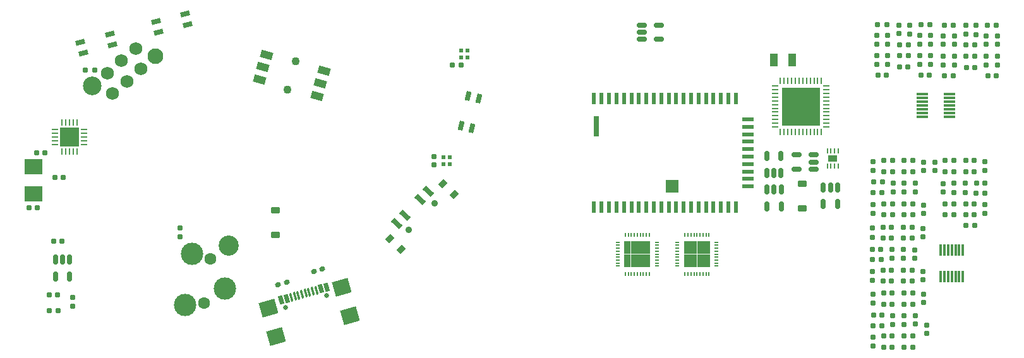
<source format=gbr>
%TF.GenerationSoftware,KiCad,Pcbnew,(7.0.0)*%
%TF.CreationDate,2023-05-27T11:58:37+01:00*%
%TF.ProjectId,all,616c6c2e-6b69-4636-9164-5f7063625858,rev?*%
%TF.SameCoordinates,Original*%
%TF.FileFunction,Soldermask,Bot*%
%TF.FilePolarity,Negative*%
%FSLAX46Y46*%
G04 Gerber Fmt 4.6, Leading zero omitted, Abs format (unit mm)*
G04 Created by KiCad (PCBNEW (7.0.0)) date 2023-05-27 11:58:37*
%MOMM*%
%LPD*%
G01*
G04 APERTURE LIST*
G04 Aperture macros list*
%AMRoundRect*
0 Rectangle with rounded corners*
0 $1 Rounding radius*
0 $2 $3 $4 $5 $6 $7 $8 $9 X,Y pos of 4 corners*
0 Add a 4 corners polygon primitive as box body*
4,1,4,$2,$3,$4,$5,$6,$7,$8,$9,$2,$3,0*
0 Add four circle primitives for the rounded corners*
1,1,$1+$1,$2,$3*
1,1,$1+$1,$4,$5*
1,1,$1+$1,$6,$7*
1,1,$1+$1,$8,$9*
0 Add four rect primitives between the rounded corners*
20,1,$1+$1,$2,$3,$4,$5,0*
20,1,$1+$1,$4,$5,$6,$7,0*
20,1,$1+$1,$6,$7,$8,$9,0*
20,1,$1+$1,$8,$9,$2,$3,0*%
%AMRotRect*
0 Rectangle, with rotation*
0 The origin of the aperture is its center*
0 $1 length*
0 $2 width*
0 $3 Rotation angle, in degrees counterclockwise*
0 Add horizontal line*
21,1,$1,$2,0,0,$3*%
G04 Aperture macros list end*
%ADD10RotRect,1.244600X0.660400X195.000000*%
%ADD11RoundRect,0.155000X0.212500X0.155000X-0.212500X0.155000X-0.212500X-0.155000X0.212500X-0.155000X0*%
%ADD12C,2.100000*%
%ADD13C,2.500000*%
%ADD14C,1.750000*%
%ADD15RoundRect,0.155000X-0.212500X-0.155000X0.212500X-0.155000X0.212500X0.155000X-0.212500X0.155000X0*%
%ADD16R,2.400000X2.000000*%
%ADD17C,1.100000*%
%ADD18RotRect,1.600000X1.000000X164.101000*%
%ADD19RoundRect,0.160000X0.197500X0.160000X-0.197500X0.160000X-0.197500X-0.160000X0.197500X-0.160000X0*%
%ADD20RoundRect,0.150000X-0.150000X0.512500X-0.150000X-0.512500X0.150000X-0.512500X0.150000X0.512500X0*%
%ADD21RoundRect,0.160000X-0.160000X0.197500X-0.160000X-0.197500X0.160000X-0.197500X0.160000X0.197500X0*%
%ADD22RoundRect,0.062500X0.362500X0.062500X-0.362500X0.062500X-0.362500X-0.062500X0.362500X-0.062500X0*%
%ADD23RoundRect,0.062500X0.062500X0.362500X-0.062500X0.362500X-0.062500X-0.362500X0.062500X-0.362500X0*%
%ADD24R,2.600000X2.600000*%
%ADD25RoundRect,0.155000X0.155000X-0.212500X0.155000X0.212500X-0.155000X0.212500X-0.155000X-0.212500X0*%
%ADD26RoundRect,0.160000X-0.197500X-0.160000X0.197500X-0.160000X0.197500X0.160000X-0.197500X0.160000X0*%
%ADD27RoundRect,0.155000X-0.155000X0.212500X-0.155000X-0.212500X0.155000X-0.212500X0.155000X0.212500X0*%
%ADD28RoundRect,0.160000X0.160000X-0.197500X0.160000X0.197500X-0.160000X0.197500X-0.160000X-0.197500X0*%
%ADD29R,0.300000X1.600000*%
%ADD30R,1.600000X0.300000*%
%ADD31RoundRect,0.225000X0.375000X-0.225000X0.375000X0.225000X-0.375000X0.225000X-0.375000X-0.225000X0*%
%ADD32RoundRect,0.062500X-0.062500X0.375000X-0.062500X-0.375000X0.062500X-0.375000X0.062500X0.375000X0*%
%ADD33RoundRect,0.062500X-0.375000X0.062500X-0.375000X-0.062500X0.375000X-0.062500X0.375000X0.062500X0*%
%ADD34R,5.100000X5.100000*%
%ADD35O,0.650000X0.200000*%
%ADD36O,0.200000X0.650000*%
%ADD37R,0.875000X0.875000*%
%ADD38RoundRect,0.150000X-0.512500X-0.150000X0.512500X-0.150000X0.512500X0.150000X-0.512500X0.150000X0*%
%ADD39RoundRect,0.150000X0.512500X0.150000X-0.512500X0.150000X-0.512500X-0.150000X0.512500X-0.150000X0*%
%ADD40RoundRect,0.150000X0.150000X-0.512500X0.150000X0.512500X-0.150000X0.512500X-0.150000X-0.512500X0*%
%ADD41R,1.000000X1.800000*%
%ADD42R,0.254000X0.711200*%
%ADD43R,1.295400X0.889000*%
%ADD44R,0.600000X1.500000*%
%ADD45R,1.500000X0.600000*%
%ADD46R,0.760000X2.790000*%
%ADD47R,1.780000X1.780000*%
%ADD48RotRect,1.244600X0.660400X76.926000*%
%ADD49C,1.600000*%
%ADD50C,3.000000*%
%ADD51C,2.700000*%
%ADD52C,0.650000*%
%ADD53RotRect,0.600000X1.150000X195.811000*%
%ADD54RotRect,0.300000X1.150000X195.811000*%
%ADD55RotRect,2.180000X2.000000X195.811000*%
%ADD56RoundRect,0.225000X-0.375000X0.225000X-0.375000X-0.225000X0.375000X-0.225000X0.375000X0.225000X0*%
%ADD57R,0.500000X0.500000*%
%ADD58RoundRect,0.160000X-0.146433X-0.207758X0.233622X-0.100135X0.146433X0.207758X-0.233622X0.100135X0*%
%ADD59RoundRect,0.160000X0.146433X0.207758X-0.233622X0.100135X-0.146433X-0.207758X0.233622X-0.100135X0*%
%ADD60C,0.900000*%
%ADD61RotRect,0.700000X1.500000X226.022000*%
%ADD62RotRect,0.800000X1.000000X136.022000*%
G04 APERTURE END LIST*
D10*
%TO.C,SW2*%
X64197467Y-45423106D03*
X60271944Y-46474946D03*
X64580520Y-46852678D03*
X60654997Y-47904518D03*
%TD*%
D11*
%TO.C,C5*%
X47137957Y-83126656D03*
X46002957Y-83126656D03*
%TD*%
D12*
%TO.C,J5*%
X60266627Y-51088122D03*
D13*
X51800303Y-55082252D03*
D14*
X54470457Y-56126656D03*
X53762548Y-53376498D03*
X56387419Y-54460266D03*
X55679511Y-51710108D03*
X58304382Y-52793876D03*
X57596473Y-50043718D03*
%TD*%
D11*
%TO.C,C2*%
X45437957Y-64026656D03*
X44302957Y-64026656D03*
%TD*%
D15*
%TO.C,C4*%
X46602957Y-75926656D03*
X47737957Y-75926656D03*
%TD*%
D16*
%TO.C,Y1*%
X43870456Y-65876655D03*
X43870456Y-69576655D03*
%TD*%
D17*
%TO.C,SW1*%
X77955060Y-55595019D03*
X79050830Y-51748035D03*
D18*
X82829328Y-53084240D03*
X82349928Y-54767296D03*
X81870529Y-56450351D03*
X75135359Y-50892701D03*
X74655960Y-52575756D03*
X74176560Y-54258812D03*
%TD*%
D19*
%TO.C,R3*%
X47167957Y-85226656D03*
X45972957Y-85226656D03*
%TD*%
D20*
%TO.C,U2*%
X46820457Y-78389156D03*
X47770457Y-78389156D03*
X48720457Y-78389156D03*
X48720457Y-80664156D03*
X46820457Y-80664156D03*
%TD*%
D11*
%TO.C,C1*%
X44437957Y-71426656D03*
X43302957Y-71426656D03*
%TD*%
D21*
%TO.C,R2*%
X49170457Y-83429156D03*
X49170457Y-84624156D03*
%TD*%
D10*
%TO.C,SW3*%
X54098709Y-48171758D03*
X50173186Y-49223598D03*
X54481762Y-49601330D03*
X50556239Y-50653170D03*
%TD*%
D19*
%TO.C,R1*%
X52067957Y-52926656D03*
X50872957Y-52926656D03*
%TD*%
D22*
%TO.C,U1*%
X50620457Y-60926656D03*
X50620457Y-61426656D03*
X50620457Y-61926656D03*
X50620457Y-62426656D03*
X50620457Y-62926656D03*
D23*
X49695457Y-63851656D03*
X49195457Y-63851656D03*
X48695457Y-63851656D03*
X48195457Y-63851656D03*
X47695457Y-63851656D03*
D22*
X46770457Y-62926656D03*
X46770457Y-62426656D03*
X46770457Y-61926656D03*
X46770457Y-61426656D03*
X46770457Y-60926656D03*
D23*
X47695457Y-60001656D03*
X48195457Y-60001656D03*
X48695457Y-60001656D03*
X49195457Y-60001656D03*
X49695457Y-60001656D03*
D24*
X48695456Y-61926655D03*
%TD*%
D11*
%TO.C,C3*%
X47905457Y-67326656D03*
X46770457Y-67326656D03*
%TD*%
%TO.C,C9*%
X157829160Y-82841560D03*
X158964160Y-82841560D03*
%TD*%
D25*
%TO.C,C10*%
X163146660Y-83024060D03*
X163146660Y-84159060D03*
%TD*%
D21*
%TO.C,R33*%
X156429160Y-72221560D03*
X156429160Y-71026560D03*
%TD*%
D26*
%TO.C,R5*%
X157510660Y-78396560D03*
X156315660Y-78396560D03*
%TD*%
D11*
%TO.C,C37*%
X156451660Y-69359060D03*
X157586660Y-69359060D03*
%TD*%
D19*
%TO.C,R12*%
X160549160Y-84341560D03*
X161744160Y-84341560D03*
%TD*%
D26*
%TO.C,R36*%
X157676660Y-67976560D03*
X156481660Y-67976560D03*
%TD*%
D15*
%TO.C,C40*%
X158996660Y-65106560D03*
X157861660Y-65106560D03*
%TD*%
D11*
%TO.C,C13*%
X157829160Y-88609060D03*
X158964160Y-88609060D03*
%TD*%
D19*
%TO.C,R9*%
X160475660Y-81283086D03*
X161670660Y-81283086D03*
%TD*%
D26*
%TO.C,R32*%
X161776660Y-72374060D03*
X160581660Y-72374060D03*
%TD*%
D19*
%TO.C,R34*%
X160581660Y-70874060D03*
X161776660Y-70874060D03*
%TD*%
D21*
%TO.C,R7*%
X160473160Y-78230586D03*
X160473160Y-77035586D03*
%TD*%
D27*
%TO.C,C6*%
X163073160Y-81100586D03*
X163073160Y-79965586D03*
%TD*%
D19*
%TO.C,R40*%
X160581660Y-65106560D03*
X161776660Y-65106560D03*
%TD*%
D25*
%TO.C,C2*%
X163073160Y-74198086D03*
X163073160Y-75333086D03*
%TD*%
D26*
%TO.C,R1*%
X161670660Y-74015586D03*
X160475660Y-74015586D03*
%TD*%
D19*
%TO.C,R27*%
X170181660Y-69504060D03*
X171376660Y-69504060D03*
%TD*%
D15*
%TO.C,C29*%
X171406660Y-68121560D03*
X170271660Y-68121560D03*
%TD*%
D21*
%TO.C,R35*%
X159079160Y-69324060D03*
X159079160Y-68129060D03*
%TD*%
D28*
%TO.C,R38*%
X160579160Y-68126560D03*
X160579160Y-69321560D03*
%TD*%
D11*
%TO.C,C32*%
X168861660Y-72374060D03*
X169996660Y-72374060D03*
%TD*%
D21*
%TO.C,R39*%
X156429160Y-66454060D03*
X156429160Y-65259060D03*
%TD*%
D26*
%TO.C,R25*%
X167276660Y-66606560D03*
X166081660Y-66606560D03*
%TD*%
D15*
%TO.C,C11*%
X158964160Y-84341560D03*
X157829160Y-84341560D03*
%TD*%
D21*
%TO.C,R16*%
X160546660Y-87056560D03*
X160546660Y-85861560D03*
%TD*%
D28*
%TO.C,R30*%
X171429160Y-71026560D03*
X171429160Y-72221560D03*
%TD*%
D25*
%TO.C,C33*%
X165779160Y-68189060D03*
X165779160Y-69324060D03*
%TD*%
D21*
%TO.C,R29*%
X167279160Y-69354060D03*
X167279160Y-68159060D03*
%TD*%
D11*
%TO.C,C5*%
X157755660Y-79783086D03*
X158890660Y-79783086D03*
%TD*%
D25*
%TO.C,C14*%
X163614160Y-87144060D03*
X163614160Y-88279060D03*
%TD*%
D28*
%TO.C,R26*%
X168779160Y-68156560D03*
X168779160Y-69351560D03*
%TD*%
D11*
%TO.C,C12*%
X156479160Y-85851274D03*
X157614160Y-85851274D03*
%TD*%
D27*
%TO.C,C35*%
X163179160Y-72191560D03*
X163179160Y-71056560D03*
%TD*%
D28*
%TO.C,R24*%
X171429160Y-65259060D03*
X171429160Y-66454060D03*
%TD*%
D19*
%TO.C,R18*%
X160549160Y-90109060D03*
X161744160Y-90109060D03*
%TD*%
D11*
%TO.C,C4*%
X156317703Y-77011991D03*
X157452703Y-77011991D03*
%TD*%
D26*
%TO.C,R31*%
X167276660Y-72374060D03*
X166081660Y-72374060D03*
%TD*%
D28*
%TO.C,R4*%
X158973160Y-77038086D03*
X158973160Y-78233086D03*
%TD*%
D19*
%TO.C,R28*%
X166081660Y-70874060D03*
X167276660Y-70874060D03*
%TD*%
D15*
%TO.C,C15*%
X158964160Y-90109060D03*
X157829160Y-90109060D03*
%TD*%
D26*
%TO.C,R10*%
X161744160Y-82841560D03*
X160549160Y-82841560D03*
%TD*%
D11*
%TO.C,C28*%
X168861660Y-66606560D03*
X169996660Y-66606560D03*
%TD*%
D25*
%TO.C,C27*%
X164679160Y-65289060D03*
X164679160Y-66424060D03*
%TD*%
D15*
%TO.C,C31*%
X170014160Y-73811560D03*
X168879160Y-73811560D03*
%TD*%
D27*
%TO.C,C41*%
X162079160Y-69291560D03*
X162079160Y-68156560D03*
%TD*%
D15*
%TO.C,C36*%
X158996660Y-70874060D03*
X157861660Y-70874060D03*
%TD*%
D28*
%TO.C,R11*%
X156396660Y-82994060D03*
X156396660Y-84189060D03*
%TD*%
D27*
%TO.C,C39*%
X163179160Y-66424060D03*
X163179160Y-65289060D03*
%TD*%
D29*
%TO.C,J1*%
X168464159Y-77061559D03*
X167964159Y-77061559D03*
X167464159Y-77061559D03*
X166964159Y-77061559D03*
X166464159Y-77061559D03*
X165964159Y-77061559D03*
X165464159Y-77061559D03*
X168464159Y-80661559D03*
X167964159Y-80661559D03*
X167464159Y-80661559D03*
X166964159Y-80661559D03*
X166464159Y-80661559D03*
X165964159Y-80661559D03*
X165464159Y-80661559D03*
%TD*%
D25*
%TO.C,C8*%
X161973160Y-77065586D03*
X161973160Y-78200586D03*
%TD*%
D15*
%TO.C,C30*%
X169996660Y-70874060D03*
X168861660Y-70874060D03*
%TD*%
D11*
%TO.C,C38*%
X157861660Y-66606560D03*
X158996660Y-66606560D03*
%TD*%
D26*
%TO.C,R6*%
X161670660Y-79783086D03*
X160475660Y-79783086D03*
%TD*%
D28*
%TO.C,R17*%
X156396660Y-88761560D03*
X156396660Y-89956560D03*
%TD*%
D25*
%TO.C,C16*%
X162046660Y-85891560D03*
X162046660Y-87026560D03*
%TD*%
D28*
%TO.C,R2*%
X156323160Y-74168086D03*
X156323160Y-75363086D03*
%TD*%
D15*
%TO.C,C7*%
X158890660Y-81283086D03*
X157755660Y-81283086D03*
%TD*%
%TO.C,C3*%
X158890660Y-75515586D03*
X157755660Y-75515586D03*
%TD*%
D11*
%TO.C,C34*%
X157861660Y-72374060D03*
X158996660Y-72374060D03*
%TD*%
D19*
%TO.C,R3*%
X160475660Y-75515586D03*
X161670660Y-75515586D03*
%TD*%
D11*
%TO.C,C1*%
X157755660Y-74015586D03*
X158890660Y-74015586D03*
%TD*%
D26*
%TO.C,R15*%
X161744160Y-88609060D03*
X160549160Y-88609060D03*
%TD*%
D28*
%TO.C,R8*%
X156323160Y-79935586D03*
X156323160Y-81130586D03*
%TD*%
D26*
%TO.C,R37*%
X161776660Y-66606560D03*
X160581660Y-66606560D03*
%TD*%
D28*
%TO.C,R13*%
X159046660Y-85864060D03*
X159046660Y-87059060D03*
%TD*%
D19*
%TO.C,R23*%
X166081660Y-65106560D03*
X167276660Y-65106560D03*
%TD*%
D26*
%TO.C,R14*%
X157584160Y-87233774D03*
X156389160Y-87233774D03*
%TD*%
D15*
%TO.C,C26*%
X169996660Y-65106560D03*
X168861660Y-65106560D03*
%TD*%
D28*
%TO.C,R18*%
X164151000Y-52241500D03*
X164151000Y-51046500D03*
%TD*%
D11*
%TO.C,C6*%
X172920000Y-53690000D03*
X171785000Y-53690000D03*
%TD*%
D19*
%TO.C,R4*%
X170080000Y-49590000D03*
X168885000Y-49590000D03*
%TD*%
D28*
%TO.C,R12*%
X158383500Y-52241500D03*
X158383500Y-51046500D03*
%TD*%
D11*
%TO.C,C8*%
X170052500Y-52590000D03*
X168917500Y-52590000D03*
%TD*%
%TO.C,C2*%
X167152500Y-53690000D03*
X166017500Y-53690000D03*
%TD*%
D27*
%TO.C,C11*%
X158383500Y-48326500D03*
X158383500Y-49461500D03*
%TD*%
D21*
%TO.C,R1*%
X165835000Y-51092500D03*
X165835000Y-52287500D03*
%TD*%
D11*
%TO.C,C10*%
X158201000Y-53644000D03*
X157066000Y-53644000D03*
%TD*%
D28*
%TO.C,R9*%
X173102500Y-52287500D03*
X173102500Y-51092500D03*
%TD*%
D26*
%TO.C,R16*%
X159936000Y-51044000D03*
X161131000Y-51044000D03*
%TD*%
D11*
%TO.C,C16*%
X161101000Y-52544000D03*
X159966000Y-52544000D03*
%TD*%
D21*
%TO.C,R14*%
X161281000Y-46946500D03*
X161281000Y-48141500D03*
%TD*%
D27*
%TO.C,C7*%
X173102500Y-48372500D03*
X173102500Y-49507500D03*
%TD*%
D21*
%TO.C,R5*%
X170232500Y-46992500D03*
X170232500Y-48187500D03*
%TD*%
D25*
%TO.C,C1*%
X165835000Y-49507500D03*
X165835000Y-48372500D03*
%TD*%
%TO.C,C12*%
X159898500Y-48051500D03*
X159898500Y-46916500D03*
%TD*%
D26*
%TO.C,R7*%
X168887500Y-51090000D03*
X170082500Y-51090000D03*
%TD*%
D19*
%TO.C,R13*%
X161128500Y-49544000D03*
X159933500Y-49544000D03*
%TD*%
D15*
%TO.C,C14*%
X162833500Y-53644000D03*
X163968500Y-53644000D03*
%TD*%
D19*
%TO.C,R11*%
X158231000Y-46894000D03*
X157036000Y-46894000D03*
%TD*%
D25*
%TO.C,C4*%
X168850000Y-48097500D03*
X168850000Y-46962500D03*
%TD*%
D21*
%TO.C,R6*%
X171602500Y-51092500D03*
X171602500Y-52287500D03*
%TD*%
D27*
%TO.C,C15*%
X164151000Y-48326500D03*
X164151000Y-49461500D03*
%TD*%
D21*
%TO.C,R10*%
X156883500Y-51046500D03*
X156883500Y-52241500D03*
%TD*%
D19*
%TO.C,R2*%
X167182500Y-46940000D03*
X165987500Y-46940000D03*
%TD*%
%TO.C,R17*%
X163998500Y-46894000D03*
X162803500Y-46894000D03*
%TD*%
D21*
%TO.C,R15*%
X162651000Y-51046500D03*
X162651000Y-52241500D03*
%TD*%
D25*
%TO.C,C5*%
X171602500Y-49507500D03*
X171602500Y-48372500D03*
%TD*%
D28*
%TO.C,R3*%
X167335000Y-52287500D03*
X167335000Y-51092500D03*
%TD*%
D25*
%TO.C,C9*%
X156883500Y-49461500D03*
X156883500Y-48326500D03*
%TD*%
%TO.C,C13*%
X162651000Y-49461500D03*
X162651000Y-48326500D03*
%TD*%
D30*
%TO.C,J1*%
X163049999Y-56197261D03*
X163049999Y-56697261D03*
X163049999Y-57197261D03*
X163049999Y-57697261D03*
X163049999Y-58197261D03*
X163049999Y-58697261D03*
X163049999Y-59197261D03*
X166649999Y-56197261D03*
X166649999Y-56697261D03*
X166649999Y-57197261D03*
X166649999Y-57697261D03*
X166649999Y-58197261D03*
X166649999Y-58697261D03*
X166649999Y-59197261D03*
%TD*%
D19*
%TO.C,R8*%
X172950000Y-46940000D03*
X171755000Y-46940000D03*
%TD*%
D27*
%TO.C,C3*%
X167335000Y-48372500D03*
X167335000Y-49507500D03*
%TD*%
D20*
%TO.C,U6*%
X142200000Y-68975000D03*
X143150000Y-68975000D03*
X144100000Y-68975000D03*
X144100000Y-71250000D03*
X142200000Y-71250000D03*
%TD*%
D31*
%TO.C,D2*%
X146900000Y-71500000D03*
X146900000Y-68200000D03*
%TD*%
D32*
%TO.C,U2*%
X143998000Y-54403000D03*
X144498000Y-54403000D03*
X144998000Y-54403000D03*
X145498000Y-54403000D03*
X145998000Y-54403000D03*
X146498000Y-54403000D03*
X146998000Y-54403000D03*
X147498000Y-54403000D03*
X147998000Y-54403000D03*
X148498000Y-54403000D03*
X148998000Y-54403000D03*
X149498000Y-54403000D03*
D33*
X150185500Y-55090500D03*
X150185500Y-55590500D03*
X150185500Y-56090500D03*
X150185500Y-56590500D03*
X150185500Y-57090500D03*
X150185500Y-57590500D03*
X150185500Y-58090500D03*
X150185500Y-58590500D03*
X150185500Y-59090500D03*
X150185500Y-59590500D03*
X150185500Y-60090500D03*
X150185500Y-60590500D03*
D32*
X149498000Y-61278000D03*
X148998000Y-61278000D03*
X148498000Y-61278000D03*
X147998000Y-61278000D03*
X147498000Y-61278000D03*
X146998000Y-61278000D03*
X146498000Y-61278000D03*
X145998000Y-61278000D03*
X145498000Y-61278000D03*
X144998000Y-61278000D03*
X144498000Y-61278000D03*
X143998000Y-61278000D03*
D33*
X143310500Y-60590500D03*
X143310500Y-60090500D03*
X143310500Y-59590500D03*
X143310500Y-59090500D03*
X143310500Y-58590500D03*
X143310500Y-58090500D03*
X143310500Y-57590500D03*
X143310500Y-57090500D03*
X143310500Y-56590500D03*
X143310500Y-56090500D03*
X143310500Y-55590500D03*
X143310500Y-55090500D03*
D34*
X146747999Y-57840499D03*
%TD*%
D35*
%TO.C,IC1*%
X130196427Y-79249999D03*
X130196427Y-78849999D03*
X130196427Y-78449999D03*
X130196427Y-78049999D03*
X130196427Y-77649999D03*
X130196427Y-77249999D03*
X130196427Y-76849999D03*
X130196427Y-76449999D03*
X130196427Y-76049999D03*
D36*
X131221427Y-75024999D03*
X131621427Y-75024999D03*
X132021427Y-75024999D03*
X132421427Y-75024999D03*
X132821427Y-75024999D03*
X133221427Y-75024999D03*
X133621427Y-75024999D03*
X134021427Y-75024999D03*
X134421427Y-75024999D03*
D35*
X135446427Y-76049999D03*
X135446427Y-76449999D03*
X135446427Y-76849999D03*
X135446427Y-77249999D03*
X135446427Y-77649999D03*
X135446427Y-78049999D03*
X135446427Y-78449999D03*
X135446427Y-78849999D03*
X135446427Y-79249999D03*
D36*
X134421427Y-80274999D03*
X134021427Y-80274999D03*
X133621427Y-80274999D03*
X133221427Y-80274999D03*
X132821427Y-80274999D03*
X132421427Y-80274999D03*
X132021427Y-80274999D03*
X131621427Y-80274999D03*
X131221427Y-80274999D03*
D37*
X131508927Y-76337499D03*
X131508927Y-77212499D03*
X131508927Y-78087499D03*
X131508927Y-78962499D03*
X132383927Y-76337499D03*
X132383927Y-77212499D03*
X132383927Y-78087499D03*
X132383927Y-78962499D03*
X133258927Y-76337499D03*
X133258927Y-77212499D03*
X133258927Y-78087499D03*
X133258927Y-78962499D03*
X134133927Y-76337499D03*
X134133927Y-77212499D03*
X134133927Y-78087499D03*
X134133927Y-78962499D03*
%TD*%
D20*
%TO.C,U3*%
X149750000Y-68677500D03*
X150700000Y-68677500D03*
X151650000Y-68677500D03*
X151650000Y-70952500D03*
X149750000Y-70952500D03*
%TD*%
D38*
%TO.C,U8*%
X125395000Y-48832000D03*
X125395000Y-47882000D03*
X125395000Y-46932000D03*
X127670000Y-46932000D03*
X127670000Y-48832000D03*
%TD*%
D35*
%TO.C,IC2*%
X127449999Y-76049999D03*
X127449999Y-76449999D03*
X127449999Y-76849999D03*
X127449999Y-77249999D03*
X127449999Y-77649999D03*
X127449999Y-78049999D03*
X127449999Y-78449999D03*
X127449999Y-78849999D03*
X127449999Y-79249999D03*
D36*
X126424999Y-80274999D03*
X126024999Y-80274999D03*
X125624999Y-80274999D03*
X125224999Y-80274999D03*
X124824999Y-80274999D03*
X124424999Y-80274999D03*
X124024999Y-80274999D03*
X123624999Y-80274999D03*
X123224999Y-80274999D03*
D35*
X122199999Y-79249999D03*
X122199999Y-78849999D03*
X122199999Y-78449999D03*
X122199999Y-78049999D03*
X122199999Y-77649999D03*
X122199999Y-77249999D03*
X122199999Y-76849999D03*
X122199999Y-76449999D03*
X122199999Y-76049999D03*
D36*
X123224999Y-75024999D03*
X123624999Y-75024999D03*
X124024999Y-75024999D03*
X124424999Y-75024999D03*
X124824999Y-75024999D03*
X125224999Y-75024999D03*
X125624999Y-75024999D03*
X126024999Y-75024999D03*
X126424999Y-75024999D03*
D37*
X126137499Y-78962499D03*
X126137499Y-78087499D03*
X126137499Y-77212499D03*
X126137499Y-76337499D03*
X125262499Y-78962499D03*
X125262499Y-78087499D03*
X125262499Y-77212499D03*
X125262499Y-76337499D03*
X124387499Y-78962499D03*
X124387499Y-78087499D03*
X124387499Y-77212499D03*
X124387499Y-76337499D03*
X123512499Y-78962499D03*
X123512499Y-78087499D03*
X123512499Y-77212499D03*
X123512499Y-76337499D03*
%TD*%
D39*
%TO.C,U4*%
X148437500Y-64350000D03*
X148437500Y-65300000D03*
X148437500Y-66250000D03*
X146162500Y-66250000D03*
X146162500Y-64350000D03*
%TD*%
D40*
%TO.C,U7*%
X144050000Y-66787500D03*
X143100000Y-66787500D03*
X142150000Y-66787500D03*
X142150000Y-64512500D03*
X144050000Y-64512500D03*
%TD*%
D41*
%TO.C,Y1*%
X143076499Y-51616499D03*
X145576499Y-51616499D03*
%TD*%
D42*
%TO.C,U5*%
X151776001Y-65824599D03*
X151276000Y-65824599D03*
X150776000Y-65824599D03*
X150275999Y-65824599D03*
X150275999Y-63817999D03*
X150776000Y-63817999D03*
X151276000Y-63817999D03*
X151776001Y-63817999D03*
D43*
X151026000Y-64821299D03*
%TD*%
D44*
%TO.C,U1*%
X119029999Y-56809999D03*
X120029999Y-56809999D03*
X121029999Y-56809999D03*
X122029999Y-56809999D03*
X123029999Y-56809999D03*
X124029999Y-56809999D03*
X125029999Y-56809999D03*
X126029999Y-56809999D03*
X127029999Y-56809999D03*
X128029999Y-56809999D03*
X129029999Y-56809999D03*
X130029999Y-56809999D03*
X131029999Y-56809999D03*
X132029999Y-56809999D03*
X133029999Y-56809999D03*
X134029999Y-56809999D03*
X135029999Y-56809999D03*
X136029999Y-56809999D03*
X137029999Y-56809999D03*
X138029999Y-56809999D03*
D45*
X139679999Y-59559999D03*
X139679999Y-60559999D03*
X139679999Y-61559999D03*
X139679999Y-62559999D03*
X139679999Y-63559999D03*
X139679999Y-64559999D03*
X139679999Y-65559999D03*
X139679999Y-66559999D03*
X139679999Y-67559999D03*
X139679999Y-68559999D03*
D44*
X138029999Y-71309999D03*
X137029999Y-71309999D03*
X136029999Y-71309999D03*
X135029999Y-71309999D03*
X134029999Y-71309999D03*
X133029999Y-71309999D03*
X132029999Y-71309999D03*
X131029999Y-71309999D03*
X130029999Y-71309999D03*
X129029999Y-71309999D03*
X128029999Y-71309999D03*
X127029999Y-71309999D03*
X126029999Y-71309999D03*
X125029999Y-71309999D03*
X124029999Y-71309999D03*
X123029999Y-71309999D03*
X122029999Y-71309999D03*
X121029999Y-71309999D03*
X120029999Y-71309999D03*
D46*
X119349999Y-60519999D03*
D47*
X129459999Y-68579999D03*
D44*
X119029999Y-71309999D03*
%TD*%
D48*
%TO.C,SW1*%
X102688094Y-60749598D03*
X103607409Y-56790942D03*
X101246455Y-60414808D03*
X102165770Y-56456152D03*
%TD*%
D49*
%TO.C,J2*%
X66746466Y-84214810D03*
X67568540Y-78271394D03*
D50*
X69538018Y-82279032D03*
X64187836Y-84466621D03*
X65133221Y-77631693D03*
D51*
X70035519Y-76492626D03*
%TD*%
D11*
%TO.C,C2*%
X101181456Y-52314809D03*
X100046456Y-52314809D03*
%TD*%
D52*
%TO.C,J1*%
X83196359Y-83199972D03*
X77635041Y-84774820D03*
D53*
X83201729Y-82081179D03*
X82431997Y-82299151D03*
D54*
X81325506Y-82612486D03*
X80363341Y-82884951D03*
X79882258Y-83021183D03*
X78920092Y-83293648D03*
D53*
X77043869Y-83824955D03*
X77813601Y-83606983D03*
D54*
X78439009Y-83429881D03*
X79401175Y-83157416D03*
X80844423Y-82748718D03*
X81806589Y-82476253D03*
D55*
X86266921Y-85895327D03*
X85196133Y-82114016D03*
X76433587Y-88679919D03*
X75362800Y-84898608D03*
%TD*%
D25*
%TO.C,C1*%
X97546456Y-65682309D03*
X97546456Y-64547309D03*
%TD*%
D56*
%TO.C,D3*%
X76346456Y-71764809D03*
X76346456Y-75064809D03*
%TD*%
D57*
%TO.C,D1*%
X99696455Y-64664808D03*
X99696455Y-65564808D03*
X98796455Y-65564808D03*
X98796455Y-64664808D03*
%TD*%
D28*
%TO.C,R4*%
X63546456Y-75312309D03*
X63546456Y-74117309D03*
%TD*%
D58*
%TO.C,R3*%
X81471562Y-79977607D03*
X82621350Y-79652011D03*
%TD*%
D59*
%TO.C,R2*%
X77824683Y-81387517D03*
X76674895Y-81713113D03*
%TD*%
D60*
%TO.C,SW2*%
X97682411Y-70815793D03*
X94210501Y-74413825D03*
D61*
X96770290Y-69240820D03*
X95728717Y-70320230D03*
X93645570Y-72479049D03*
X92603997Y-73558459D03*
D62*
X98766936Y-68179733D03*
X91614800Y-75591680D03*
X100278110Y-69637936D03*
X93125974Y-77049883D03*
%TD*%
D57*
%TO.C,D2*%
X102096455Y-50364808D03*
X102096455Y-51264808D03*
X101196455Y-51264808D03*
X101196455Y-50364808D03*
%TD*%
M02*

</source>
